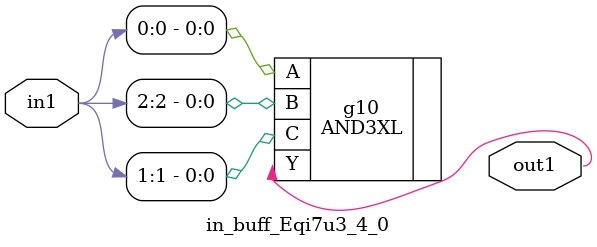
<source format=v>
`timescale 1ps / 1ps


module in_buff_Eqi7u3_4_0(in1, out1);
  input [2:0] in1;
  output out1;
  wire [2:0] in1;
  wire out1;
  AND3XL g10(.A (in1[0]), .B (in1[2]), .C (in1[1]), .Y (out1));
endmodule



</source>
